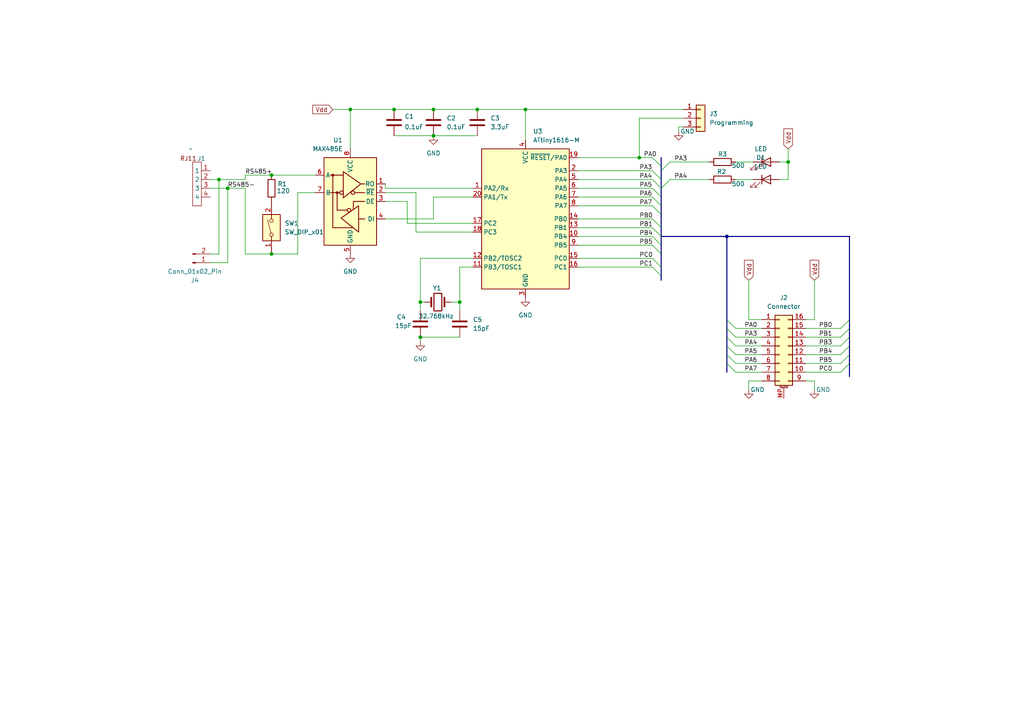
<source format=kicad_sch>
(kicad_sch (version 20231120) (generator "eeschema") (generator_version "8.0")
  (paper "A4")
  (lib_symbols
    (symbol "Connector:Conn_01x02_Pin" (pin_names (offset 1.016) hide)
      (property "Reference" "J" (at 0 2.54 0))
      (property "Value" "Conn_01x02_Pin" (at 0 -5.08 0))
      (symbol "Conn_01x02_Pin_1_1"
        (polyline (pts (xy 1.27 -2.54) (xy 0.8636 -2.54)) (stroke (width 0.1524)))
        (polyline (pts (xy 1.27 0) (xy 0.8636 0)) (stroke (width 0.1524)))
        (rectangle (start 0.8636 -2.413) (end 0 -2.667) (stroke (width 0.1524)) (fill (type outline)))
        (rectangle (start 0.8636 0.127) (end 0 -0.127) (stroke (width 0.1524)) (fill (type outline)))
        (pin passive line (at 5.08 0 180) (length 3.81) (name "Pin_1") (number "1"))
        (pin passive line (at 5.08 -2.54 180) (length 3.81) (name "Pin_2") (number "2"))
      )
    )
    (symbol "Connector:RJ11_4P4C"
      (property "Reference" "J" (at 0.762 3.81 0))
      (symbol "RJ11_4P4C_0_1"
        (rectangle (start -1.27 2.54) (end 1.27 -10.16))
      )
      (symbol "RJ11_4P4C_1_1"
        (text "RJ11" (at -2.54 3.556 0) (effects (font (size 1.27 1.27))))
        (pin passive line (at 3.81 0 180) (length 2.54) (name "1") (number "1"))
        (pin passive line (at 3.81 -2.54 180) (length 2.54) (name "2") (number "2"))
        (pin passive line (at 3.81 -5.08 180) (length 2.54) (name "3") (number "3"))
        (pin passive line (at 3.81 -7.62 180) (length 2.54) (name "4") (number "4"))
      )
    )
    (symbol "Connector_Generic:Conn_01x03" (pin_names (offset 1.016) hide)
      (property "Reference" "J" (at 0 5.08 0))
      (property "Value" "Conn_01x03" (at 0 -5.08 0))
      (symbol "Conn_01x03_1_1"
        (rectangle (start -1.27 -2.413) (end 0 -2.667) (stroke (width 0.1524)))
        (rectangle (start -1.27 0.127) (end 0 -0.127) (stroke (width 0.1524)))
        (rectangle (start -1.27 2.667) (end 0 2.413) (stroke (width 0.1524)))
        (rectangle (start -1.27 3.81) (end 1.27 -3.81) (stroke (width 0.254)) (fill (type background)))
        (pin passive line (at -5.08 2.54 0) (length 3.81) (name "Pin_1") (number "1"))
        (pin passive line (at -5.08 0 0) (length 3.81) (name "Pin_2") (number "2"))
        (pin passive line (at -5.08 -2.54 0) (length 3.81) (name "Pin_3") (number "3"))
      )
    )
    (symbol "Connector_Generic_MountingPin:Conn_02x08_Counter_Clockwise_MountingPin" (pin_names (offset 1.016) hide)
      (property "Reference" "J" (at 1.27 10.16 0))
      (property "Value" "Conn_02x08_Counter_Clockwise_MountingPin" (at 2.54 -12.7 0))
      (symbol "Conn_02x08_Counter_Clockwise_MountingPin_1_1"
        (rectangle (start -1.27 -10.033) (end 0 -10.287) (stroke (width 0.1524)))
        (rectangle (start -1.27 -7.493) (end 0 -7.747) (stroke (width 0.1524)))
        (rectangle (start -1.27 -4.953) (end 0 -5.207) (stroke (width 0.1524)))
        (rectangle (start -1.27 -2.413) (end 0 -2.667) (stroke (width 0.1524)))
        (rectangle (start -1.27 0.127) (end 0 -0.127) (stroke (width 0.1524)))
        (rectangle (start -1.27 2.667) (end 0 2.413) (stroke (width 0.1524)))
        (rectangle (start -1.27 5.207) (end 0 4.953) (stroke (width 0.1524)))
        (rectangle (start -1.27 7.747) (end 0 7.493) (stroke (width 0.1524)))
        (rectangle (start -1.27 8.89) (end 3.81 -11.43) (stroke (width 0.254)) (fill (type background)))
        (polyline (pts (xy 0.254 -12.192) (xy 2.286 -12.192)) (stroke (width 0.1524)))
        (rectangle (start 3.81 -10.033) (end 2.54 -10.287) (stroke (width 0.1524)))
        (rectangle (start 3.81 -7.493) (end 2.54 -7.747) (stroke (width 0.1524)))
        (rectangle (start 3.81 -4.953) (end 2.54 -5.207) (stroke (width 0.1524)))
        (rectangle (start 3.81 -2.413) (end 2.54 -2.667) (stroke (width 0.1524)))
        (rectangle (start 3.81 0.127) (end 2.54 -0.127) (stroke (width 0.1524)))
        (rectangle (start 3.81 2.667) (end 2.54 2.413) (stroke (width 0.1524)))
        (rectangle (start 3.81 5.207) (end 2.54 4.953) (stroke (width 0.1524)))
        (rectangle (start 3.81 7.747) (end 2.54 7.493) (stroke (width 0.1524)))
        (text "Mounting" (at 1.27 -11.811 0) (effects (font (size 0.381 0.381))))
        (pin passive line (at -5.08 7.62 0) (length 3.81) (name "Pin_1") (number "1"))
        (pin passive line (at 7.62 -7.62 180) (length 3.81) (name "Pin_10") (number "10"))
        (pin passive line (at 7.62 -5.08 180) (length 3.81) (name "Pin_11") (number "11"))
        (pin passive line (at 7.62 -2.54 180) (length 3.81) (name "Pin_12") (number "12"))
        (pin passive line (at 7.62 0 180) (length 3.81) (name "Pin_13") (number "13"))
        (pin passive line (at 7.62 2.54 180) (length 3.81) (name "Pin_14") (number "14"))
        (pin passive line (at 7.62 5.08 180) (length 3.81) (name "Pin_15") (number "15"))
        (pin passive line (at 7.62 7.62 180) (length 3.81) (name "Pin_16") (number "16"))
        (pin passive line (at -5.08 5.08 0) (length 3.81) (name "Pin_2") (number "2"))
        (pin passive line (at -5.08 2.54 0) (length 3.81) (name "Pin_3") (number "3"))
        (pin passive line (at -5.08 0 0) (length 3.81) (name "Pin_4") (number "4"))
        (pin passive line (at -5.08 -2.54 0) (length 3.81) (name "Pin_5") (number "5"))
        (pin passive line (at -5.08 -5.08 0) (length 3.81) (name "Pin_6") (number "6"))
        (pin passive line (at -5.08 -7.62 0) (length 3.81) (name "Pin_7") (number "7"))
        (pin passive line (at -5.08 -10.16 0) (length 3.81) (name "Pin_8") (number "8"))
        (pin passive line (at 7.62 -10.16 180) (length 3.81) (name "Pin_9") (number "9"))
        (pin passive line (at 1.27 -15.24 90) (length 3.048) (name "MountPin") (number "MP"))
      )
    )
    (symbol "Device:C" (pin_numbers hide) (pin_names (offset 0.254))
      (property "Reference" "C" (at 0.635 2.54 0))
      (property "Value" "C" (at 0.635 -2.54 0))
      (symbol "C_0_1"
        (polyline (pts (xy -2.032 -0.762) (xy 2.032 -0.762)) (stroke (width 0.508)))
        (polyline (pts (xy -2.032 0.762) (xy 2.032 0.762)) (stroke (width 0.508)))
      )
      (symbol "C_1_1"
        (pin passive line (at 0 3.81 270) (length 2.794) (name "~") (number "1"))
        (pin passive line (at 0 -3.81 90) (length 2.794) (name "~") (number "2"))
      )
    )
    (symbol "Device:Crystal" (pin_numbers hide) (pin_names (offset 1.016) hide)
      (property "Reference" "Y" (at 0 3.81 0))
      (property "Value" "Crystal" (at 0 -3.81 0))
      (symbol "Crystal_0_1"
        (rectangle (start -1.143 2.54) (end 1.143 -2.54) (stroke (width 0.3048)))
        (polyline (pts (xy -2.54 0) (xy -1.905 0)))
        (polyline (pts (xy -1.905 -1.27) (xy -1.905 1.27)) (stroke (width 0.508)))
        (polyline (pts (xy 1.905 -1.27) (xy 1.905 1.27)) (stroke (width 0.508)))
        (polyline (pts (xy 2.54 0) (xy 1.905 0)))
      )
      (symbol "Crystal_1_1"
        (pin passive line (at -3.81 0 0) (length 1.27) (name "1") (number "1"))
        (pin passive line (at 3.81 0 180) (length 1.27) (name "2") (number "2"))
      )
    )
    (symbol "Device:LED" (pin_numbers hide) (pin_names (offset 1.016) hide)
      (property "Reference" "D" (at 0 2.54 0))
      (property "Value" "LED" (at 0 -2.54 0))
      (symbol "LED_0_1"
        (polyline (pts (xy -1.27 -1.27) (xy -1.27 1.27)) (stroke (width 0.254)))
        (polyline (pts (xy -1.27 0) (xy 1.27 0)))
        (polyline (pts (xy 1.27 -1.27) (xy 1.27 1.27) (xy -1.27 0) (xy 1.27 -1.27)) (stroke (width 0.254)))
        (polyline (pts (xy -3.048 -0.762) (xy -4.572 -2.286) (xy -3.81 -2.286) (xy -4.572 -2.286) (xy -4.572 -1.524)))
        (polyline (pts (xy -1.778 -0.762) (xy -3.302 -2.286) (xy -2.54 -2.286) (xy -3.302 -2.286) (xy -3.302 -1.524)))
      )
      (symbol "LED_1_1"
        (pin passive line (at -3.81 0 0) (length 2.54) (name "K") (number "1"))
        (pin passive line (at 3.81 0 180) (length 2.54) (name "A") (number "2"))
      )
    )
    (symbol "Device:R" (pin_numbers hide) (pin_names (offset 0))
      (property "Reference" "R" (at -2.032 0 90))
      (property "Value" "R" (at 2.032 0 90))
      (symbol "R_0_1"
        (rectangle (start -1.016 -2.54) (end 1.016 2.54) (stroke (width 0.254)))
      )
      (symbol "R_1_1"
        (pin passive line (at 0 3.81 270) (length 1.27) (name "~") (number "1"))
        (pin passive line (at 0 -3.81 90) (length 1.27) (name "~") (number "2"))
      )
    )
    (symbol "Interface_UART:MAX485E"
      (property "Reference" "U" (at -6.985 13.97 0))
      (property "Value" "MAX485E" (at 1.905 13.97 0))
      (symbol "MAX485E_0_1"
        (rectangle (start -7.62 12.7) (end 7.62 -12.7) (stroke (width 0.254)) (fill (type background)))
        (polyline (pts (xy -4.191 2.54) (xy -1.27 2.54)) (stroke (width 0.254)))
        (polyline (pts (xy -2.54 -5.08) (xy -4.191 -5.08)) (stroke (width 0.254)))
        (polyline (pts (xy -0.635 -7.62) (xy 5.08 -7.62)) (stroke (width 0.254)))
        (polyline (pts (xy 0.889 -2.54) (xy 3.81 -2.54)) (stroke (width 0.254)))
        (polyline (pts (xy 2.032 7.62) (xy 5.715 7.62)) (stroke (width 0.254)))
        (polyline (pts (xy 3.048 2.54) (xy 5.715 2.54)) (stroke (width 0.254)))
        (polyline (pts (xy 3.81 -2.54) (xy 3.81 2.54)) (stroke (width 0.254)))
        (polyline (pts (xy 5.08 -7.62) (xy 5.08 7.62)) (stroke (width 0.254)))
        (polyline (pts (xy -4.191 0) (xy -0.889 0) (xy -0.889 -2.286)) (stroke (width 0.254)))
        (polyline (pts (xy -3.175 5.08) (xy -4.191 5.08) (xy -4.064 5.08)) (stroke (width 0.254)))
        (polyline (pts (xy -2.413 -5.08) (xy -2.413 -1.27) (xy 2.667 -4.826) (xy -2.413 -8.89) (xy -2.413 -5.08)) (stroke (width 0.254)))
        (circle (center 0.381 -2.54) (radius 0.508) (stroke (width 0.254)))
        (circle (center 3.81 2.54) (radius 0.2794) (stroke (width 0.254)) (fill (type outline)))
      )
      (symbol "MAX485E_1_1"
        (circle (center -0.762 2.54) (radius 0.508) (stroke (width 0.254)))
        (polyline (pts (xy 2.032 4.826) (xy 2.032 8.636) (xy -3.048 5.08) (xy 2.032 1.016) (xy 2.032 4.826)) (stroke (width 0.254)))
        (circle (center 2.54 2.54) (radius 0.508) (stroke (width 0.254)))
        (circle (center 5.08 7.62) (radius 0.2794) (stroke (width 0.254)) (fill (type outline)))
        (pin output line (at -10.16 5.08 0) (length 2.54) (name "RO") (number "1"))
        (pin input line (at -10.16 2.54 0) (length 2.54) (name "~{RE}") (number "2"))
        (pin input line (at -10.16 0 0) (length 2.54) (name "DE") (number "3"))
        (pin input line (at -10.16 -5.08 0) (length 2.54) (name "DI") (number "4"))
        (pin power_in line (at 0 -15.24 90) (length 2.54) (name "GND") (number "5"))
        (pin bidirectional line (at 10.16 7.62 180) (length 2.54) (name "A") (number "6"))
        (pin bidirectional line (at 10.16 2.54 180) (length 2.54) (name "B") (number "7"))
        (pin power_in line (at 0 15.24 270) (length 2.54) (name "VCC") (number "8"))
      )
    )
    (symbol "MCU_Microchip_ATtiny:ATtiny1616-M"
      (property "Reference" "U3" (at 2.1941 25.4 0))
      (property "Value" "ATtiny1616-M" (at 2.1941 22.86 0))
      (symbol "ATtiny1616-M_0_1"
        (rectangle (start -12.7 -20.32) (end 12.7 20.32) (stroke (width 0.254)) (fill (type background)))
      )
      (symbol "ATtiny1616-M_1_1"
        (pin bidirectional line (at -15.24 8.89 0) (length 2.54) (name "PA2/Rx") (number "1"))
        (pin bidirectional line (at 15.24 -5.08 180) (length 2.54) (name "PB4") (number "10"))
        (pin bidirectional line (at -15.24 -13.97 0) (length 2.54) (name "PB3/TOSC1") (number "11"))
        (pin bidirectional line (at -15.24 -11.43 0) (length 2.54) (name "PB2/TOSC2") (number "12"))
        (pin bidirectional line (at 15.24 -2.54 180) (length 2.54) (name "PB1") (number "13"))
        (pin bidirectional line (at 15.24 0 180) (length 2.54) (name "PB0") (number "14"))
        (pin bidirectional line (at 15.24 -11.43 180) (length 2.54) (name "PC0") (number "15"))
        (pin bidirectional line (at 15.24 -13.97 180) (length 2.54) (name "PC1") (number "16"))
        (pin bidirectional line (at -15.24 -1.27 0) (length 2.54) (name "PC2") (number "17"))
        (pin bidirectional line (at -15.24 -3.81 0) (length 2.54) (name "PC3") (number "18"))
        (pin bidirectional line (at 15.24 17.78 180) (length 2.54) (name "~{RESET}/PA0") (number "19"))
        (pin bidirectional line (at 15.24 13.97 180) (length 2.54) (name "PA3") (number "2"))
        (pin bidirectional line (at -15.24 6.35 0) (length 2.54) (name "PA1/Tx") (number "20"))
        (pin passive line (at 0 -22.86 90) (length 2.54) hide (name "GND") (number "21"))
        (pin power_in line (at 0 -22.86 90) (length 2.54) (name "GND") (number "3"))
        (pin power_in line (at 0 22.86 270) (length 2.54) (name "VCC") (number "4"))
        (pin bidirectional line (at 15.24 11.43 180) (length 2.54) (name "PA4") (number "5"))
        (pin bidirectional line (at 15.24 8.89 180) (length 2.54) (name "PA5") (number "6"))
        (pin bidirectional line (at 15.24 6.35 180) (length 2.54) (name "PA6") (number "7"))
        (pin bidirectional line (at 15.24 3.81 180) (length 2.54) (name "PA7") (number "8"))
        (pin bidirectional line (at 15.24 -7.62 180) (length 2.54) (name "PB5") (number "9"))
      )
    )
    (symbol "Switch:SW_DIP_x01" (pin_names (offset 0) hide)
      (property "Reference" "SW" (at 0 3.81 0))
      (property "Value" "SW_DIP_x01" (at 0 -3.81 0))
      (symbol "SW_DIP_x01_0_0"
        (circle (center -2.032 0) (radius 0.508))
        (polyline (pts (xy -1.524 0.127) (xy 2.3622 1.1684)))
        (circle (center 2.032 0) (radius 0.508))
      )
      (symbol "SW_DIP_x01_0_1"
        (rectangle (start -3.81 2.54) (end 3.81 -2.54) (stroke (width 0.254)) (fill (type background)))
      )
      (symbol "SW_DIP_x01_1_1"
        (pin passive line (at -7.62 0 0) (length 5.08) (name "~") (number "1"))
        (pin passive line (at 7.62 0 180) (length 5.08) (name "~") (number "2"))
      )
    )
    (symbol "power:GNDA" (power) (pin_numbers hide) (pin_names (offset 0) hide)
      (property "Value" "GNDA" (at 0 -3.81 0))
      (symbol "GNDA_0_1"
        (polyline (pts (xy 0 0) (xy 0 -1.27) (xy 1.27 -1.27) (xy 0 -2.54) (xy -1.27 -1.27) (xy 0 -1.27)))
      )
      (symbol "GNDA_1_1"
        (pin power_in line (at 0 0 270) (length 0) (name "~") (number "1"))
      )
    )
  )
  (junction (at 138.43 31.75))
  (junction (at 101.6 31.75))
  (junction (at 78.74 50.8))
  (junction (at 114.3 31.75))
  (junction (at 185.42 45.72))
  (junction (at 121.92 97.79))
  (junction (at 125.73 31.75))
  (junction (at 210.82 68.58))
  (junction (at 78.74 73.66))
  (junction (at 63.5 52.07))
  (junction (at 121.92 87.63))
  (junction (at 228.6 46.99))
  (junction (at 133.35 87.63))
  (junction (at 66.04 54.61))
  (junction (at 152.4 31.75))
  (junction (at 125.73 39.37))
  (bus_entry (at 189.23 66.04) (size 2.54 2.54))
  (bus_entry (at 189.23 54.61) (size 2.54 2.54))
  (bus_entry (at 189.23 68.58) (size 2.54 2.54))
  (bus_entry (at 191.77 54.61) (size 2.54 -2.54))
  (bus_entry (at 210.82 97.79) (size 2.54 2.54))
  (bus_entry (at 189.23 77.47) (size 2.54 2.54))
  (bus_entry (at 210.82 102.87) (size 2.54 2.54))
  (bus_entry (at 210.82 92.71) (size 2.54 2.54))
  (bus_entry (at 189.23 57.15) (size 2.54 2.54))
  (bus_entry (at 189.23 49.53) (size 2.54 2.54))
  (bus_entry (at 189.23 52.07) (size 2.54 2.54))
  (bus_entry (at 189.23 63.5) (size 2.54 2.54))
  (bus_entry (at 210.82 105.41) (size 2.54 2.54))
  (bus_entry (at 243.84 107.95) (size 2.54 -2.54))
  (bus_entry (at 243.84 97.79) (size 2.54 -2.54))
  (bus_entry (at 189.23 59.69) (size 2.54 2.54))
  (bus_entry (at 210.82 100.33) (size 2.54 2.54))
  (bus_entry (at 191.77 49.53) (size 2.54 -2.54))
  (bus_entry (at 243.84 95.25) (size 2.54 -2.54))
  (bus_entry (at 189.23 71.12) (size 2.54 2.54))
  (bus_entry (at 189.23 45.72) (size 2.54 2.54))
  (bus_entry (at 243.84 105.41) (size 2.54 -2.54))
  (bus_entry (at 243.84 100.33) (size 2.54 -2.54))
  (bus_entry (at 210.82 95.25) (size 2.54 2.54))
  (bus_entry (at 189.23 74.93) (size 2.54 2.54))
  (bus_entry (at 243.84 102.87) (size 2.54 -2.54))
  (wire (pts (xy 133.35 87.63) (xy 133.35 90.17)))
  (wire (pts (xy 71.12 73.66) (xy 78.74 73.66)))
  (bus (pts (xy 210.82 105.41) (xy 210.82 107.95)))
  (wire (pts (xy 167.64 45.72) (xy 185.42 45.72)))
  (wire (pts (xy 71.12 54.61) (xy 71.12 73.66)))
  (wire (pts (xy 63.5 52.07) (xy 71.12 52.07)))
  (bus (pts (xy 191.77 52.07) (xy 191.77 54.61)))
  (wire (pts (xy 121.92 74.93) (xy 121.92 87.63)))
  (wire (pts (xy 114.3 31.75) (xy 125.73 31.75)))
  (bus (pts (xy 210.82 68.58) (xy 246.38 68.58)))
  (bus (pts (xy 246.38 95.25) (xy 246.38 97.79)))
  (bus (pts (xy 191.77 57.15) (xy 191.77 59.69)))
  (wire (pts (xy 185.42 45.72) (xy 189.23 45.72)))
  (bus (pts (xy 246.38 102.87) (xy 246.38 105.41)))
  (wire (pts (xy 189.23 49.53) (xy 167.64 49.53)))
  (wire (pts (xy 167.64 77.47) (xy 189.23 77.47)))
  (wire (pts (xy 86.36 73.66) (xy 86.36 55.88)))
  (bus (pts (xy 191.77 77.47) (xy 191.77 80.01)))
  (wire (pts (xy 101.6 31.75) (xy 114.3 31.75)))
  (wire (pts (xy 233.68 107.95) (xy 243.84 107.95)))
  (wire (pts (xy 213.36 52.07) (xy 218.44 52.07)))
  (wire (pts (xy 114.3 39.37) (xy 125.73 39.37)))
  (wire (pts (xy 167.64 54.61) (xy 189.23 54.61)))
  (wire (pts (xy 185.42 34.29) (xy 198.12 34.29)))
  (wire (pts (xy 60.96 52.07) (xy 63.5 52.07)))
  (wire (pts (xy 133.35 77.47) (xy 137.16 77.47)))
  (wire (pts (xy 236.22 81.28) (xy 236.22 92.71)))
  (wire (pts (xy 198.12 31.75) (xy 152.4 31.75)))
  (wire (pts (xy 167.64 68.58) (xy 189.23 68.58)))
  (bus (pts (xy 191.77 54.61) (xy 191.77 57.15)))
  (wire (pts (xy 125.73 31.75) (xy 138.43 31.75)))
  (bus (pts (xy 191.77 45.72) (xy 191.77 48.26)))
  (wire (pts (xy 217.17 110.49) (xy 220.98 110.49)))
  (wire (pts (xy 125.73 63.5) (xy 111.76 63.5)))
  (wire (pts (xy 66.04 76.2) (xy 60.96 76.2)))
  (wire (pts (xy 167.64 63.5) (xy 189.23 63.5)))
  (wire (pts (xy 96.52 31.75) (xy 101.6 31.75)))
  (bus (pts (xy 191.77 66.04) (xy 191.77 68.58)))
  (wire (pts (xy 152.4 31.75) (xy 152.4 40.64)))
  (wire (pts (xy 194.31 52.07) (xy 205.74 52.07)))
  (wire (pts (xy 185.42 34.29) (xy 185.42 45.72)))
  (wire (pts (xy 120.65 67.31) (xy 137.16 67.31)))
  (wire (pts (xy 167.64 71.12) (xy 189.23 71.12)))
  (wire (pts (xy 233.68 110.49) (xy 236.22 110.49)))
  (wire (pts (xy 137.16 74.93) (xy 121.92 74.93)))
  (bus (pts (xy 246.38 92.71) (xy 246.38 95.25)))
  (bus (pts (xy 210.82 95.25) (xy 210.82 97.79)))
  (wire (pts (xy 118.11 64.77) (xy 137.16 64.77)))
  (wire (pts (xy 228.6 46.99) (xy 228.6 52.07)))
  (wire (pts (xy 111.76 55.88) (xy 120.65 55.88)))
  (wire (pts (xy 121.92 87.63) (xy 121.92 90.17)))
  (bus (pts (xy 191.77 71.12) (xy 191.77 73.66)))
  (wire (pts (xy 121.92 99.06) (xy 121.92 97.79)))
  (wire (pts (xy 233.68 95.25) (xy 243.84 95.25)))
  (wire (pts (xy 86.36 55.88) (xy 91.44 55.88)))
  (wire (pts (xy 125.73 57.15) (xy 137.16 57.15)))
  (bus (pts (xy 191.77 68.58) (xy 210.82 68.58)))
  (bus (pts (xy 191.77 80.01) (xy 191.77 81.28)))
  (wire (pts (xy 111.76 54.61) (xy 111.76 53.34)))
  (bus (pts (xy 191.77 59.69) (xy 191.77 62.23)))
  (wire (pts (xy 121.92 97.79) (xy 133.35 97.79)))
  (wire (pts (xy 213.36 105.41) (xy 220.98 105.41)))
  (wire (pts (xy 233.68 97.79) (xy 243.84 97.79)))
  (wire (pts (xy 60.96 54.61) (xy 66.04 54.61)))
  (wire (pts (xy 167.64 66.04) (xy 189.23 66.04)))
  (wire (pts (xy 194.31 46.99) (xy 205.74 46.99)))
  (wire (pts (xy 213.36 107.95) (xy 220.98 107.95)))
  (wire (pts (xy 233.68 105.41) (xy 243.84 105.41)))
  (bus (pts (xy 210.82 100.33) (xy 210.82 102.87)))
  (wire (pts (xy 213.36 46.99) (xy 218.44 46.99)))
  (wire (pts (xy 130.81 87.63) (xy 133.35 87.63)))
  (wire (pts (xy 213.36 102.87) (xy 220.98 102.87)))
  (wire (pts (xy 233.68 102.87) (xy 243.84 102.87)))
  (bus (pts (xy 246.38 97.79) (xy 246.38 100.33)))
  (wire (pts (xy 217.17 113.03) (xy 217.17 110.49)))
  (wire (pts (xy 125.73 39.37) (xy 138.43 39.37)))
  (bus (pts (xy 246.38 68.58) (xy 246.38 92.71)))
  (wire (pts (xy 217.17 81.28) (xy 217.17 92.71)))
  (bus (pts (xy 210.82 97.79) (xy 210.82 100.33)))
  (wire (pts (xy 120.65 55.88) (xy 120.65 67.31)))
  (wire (pts (xy 236.22 110.49) (xy 236.22 113.03)))
  (bus (pts (xy 210.82 102.87) (xy 210.82 105.41)))
  (wire (pts (xy 111.76 58.42) (xy 118.11 58.42)))
  (wire (pts (xy 217.17 92.71) (xy 220.98 92.71)))
  (wire (pts (xy 123.19 87.63) (xy 121.92 87.63)))
  (wire (pts (xy 133.35 77.47) (xy 133.35 87.63)))
  (wire (pts (xy 118.11 58.42) (xy 118.11 64.77)))
  (wire (pts (xy 167.64 74.93) (xy 189.23 74.93)))
  (wire (pts (xy 138.43 31.75) (xy 152.4 31.75)))
  (wire (pts (xy 228.6 43.18) (xy 228.6 46.99)))
  (wire (pts (xy 66.04 54.61) (xy 71.12 54.61)))
  (wire (pts (xy 63.5 73.66) (xy 60.96 73.66)))
  (bus (pts (xy 191.77 68.58) (xy 191.77 71.12)))
  (bus (pts (xy 191.77 62.23) (xy 191.77 66.04)))
  (bus (pts (xy 210.82 92.71) (xy 210.82 95.25)))
  (bus (pts (xy 191.77 48.26) (xy 191.77 49.53)))
  (wire (pts (xy 167.64 59.69) (xy 189.23 59.69)))
  (bus (pts (xy 191.77 49.53) (xy 191.77 52.07)))
  (wire (pts (xy 125.73 57.15) (xy 125.73 63.5)))
  (bus (pts (xy 246.38 105.41) (xy 246.38 109.22)))
  (wire (pts (xy 226.06 46.99) (xy 228.6 46.99)))
  (wire (pts (xy 111.76 54.61) (xy 137.16 54.61)))
  (wire (pts (xy 71.12 52.07) (xy 71.12 50.8)))
  (wire (pts (xy 213.36 100.33) (xy 220.98 100.33)))
  (wire (pts (xy 233.68 100.33) (xy 243.84 100.33)))
  (bus (pts (xy 246.38 100.33) (xy 246.38 102.87)))
  (wire (pts (xy 78.74 50.8) (xy 91.44 50.8)))
  (wire (pts (xy 213.36 95.25) (xy 220.98 95.25)))
  (wire (pts (xy 167.64 52.07) (xy 189.23 52.07)))
  (wire (pts (xy 63.5 52.07) (xy 63.5 73.66)))
  (wire (pts (xy 226.06 52.07) (xy 228.6 52.07)))
  (wire (pts (xy 167.64 57.15) (xy 189.23 57.15)))
  (bus (pts (xy 191.77 73.66) (xy 191.77 77.47)))
  (wire (pts (xy 78.74 73.66) (xy 86.36 73.66)))
  (wire (pts (xy 66.04 54.61) (xy 66.04 76.2)))
  (wire (pts (xy 198.12 36.83) (xy 196.85 36.83)))
  (wire (pts (xy 101.6 43.18) (xy 101.6 31.75)))
  (wire (pts (xy 236.22 92.71) (xy 233.68 92.71)))
  (wire (pts (xy 213.36 97.79) (xy 220.98 97.79)))
  (wire (pts (xy 71.12 50.8) (xy 78.74 50.8)))
  (wire (pts (xy 196.85 36.83) (xy 196.85 38.1)))
  (bus (pts (xy 210.82 68.58) (xy 210.82 92.71)))
  (label "PA4" (at 185.42 52.07 0))
  (label "PA6" (at 215.9 105.41 0))
  (label "PA7" (at 215.9 107.95 0))
  (label "PA7" (at 185.42 59.69 0))
  (label "PA4" (at 215.9 100.33 0))
  (label "PC0" (at 185.42 74.93 0))
  (label "PA4" (at 195.58 52.07 0))
  (label "PA5" (at 215.9 102.87 0))
  (label "PA0" (at 215.9 95.25 0))
  (label "PB4" (at 185.42 68.58 0))
  (label "PB0" (at 185.42 63.5 0))
  (label "PA3" (at 195.58 46.99 0))
  (label "PB0" (at 237.49 95.25 0))
  (label "PA6" (at 185.42 57.15 0))
  (label "PC0" (at 237.49 107.95 0))
  (label "PB5" (at 185.42 71.12 0))
  (label "PA3" (at 215.9 97.79 0))
  (label "PB1" (at 237.49 97.79 0))
  (label "PA0" (at 186.69 45.72 0))
  (label "RS485+" (at 71.12 50.8 0))
  (label "PA5" (at 185.42 54.61 0))
  (label "PC1" (at 185.42 77.47 0))
  (label "PB4" (at 237.49 102.87 0))
  (label "PB1" (at 185.42 66.04 0))
  (label "PA3" (at 185.42 49.53 0))
  (label "PB3" (at 237.49 100.33 0))
  (label "PB5" (at 237.49 105.41 0))
  (label "RS485-" (at 66.04 54.61 0))
  (global_label "Vdd" (shape input) (at 228.6 43.18 90) (property "Intersheetrefs" "${INTERSHEET_REFS}" (effects (hide yes))))
  (global_label "Vdd" (shape input) (at 217.17 81.28 90) (property "Intersheetrefs" "${INTERSHEET_REFS}" (effects (hide yes))))
  (global_label "Vdd" (shape input) (at 236.22 81.28 90) (property "Intersheetrefs" "${INTERSHEET_REFS}" (effects (hide yes))))
  (global_label "Vdd" (shape input) (at 96.52 31.75 180) (property "Intersheetrefs" "${INTERSHEET_REFS}" (effects (hide yes))))
  (symbol (lib_id "Device:Crystal") (at 127 87.63 0) (unit 1)
    (property "Reference" "Y1" (at 126.746 83.566 0))
    (property "Value" "32.768kHz" (at 126.492 91.694 0))
    (property "Footprint" "Crystal:Crystal_SMD_2012-2Pin_2.0x1.2mm" (effects (hide yes)))
    (property "Datasheet" "https://jlcpcb.com/api/file/downloadByFileSystemAccessId/8588950232856481792" (effects (hide yes)))
    (property "Description" "Two pin crystal" (effects (hide yes)))
    (property "Part Number" "C90943" (effects (hide yes)))
  )
  (symbol (lib_id "power:GNDA") (at 152.4 86.36 0) (unit 1)
    (property "Reference" "#PWR03" (effects (hide yes)))
    (property "Value" "GND" (at 152.4 91.44 0))
    (property "Description" "Power symbol creates a global label with name \"GNDA\" , analog ground" (effects (hide yes)))
  )
  (symbol (lib_id "Interface_UART:MAX485E") (at 101.6 58.42 0) (mirror y) (unit 1)
    (property "Reference" "U1" (at 99.4059 40.64 0) (effects (justify left)))
    (property "Value" "MAX485E" (at 99.4059 43.18 0) (effects (justify left)))
    (property "Footprint" "Package_SO:SOIC-8_3.9x4.9mm_P1.27mm" (effects (hide yes)))
    (property "Datasheet" "https://datasheets.maximintegrated.com/en/ds/MAX1487E-MAX491E.pdf" (effects (hide yes)))
    (property "Description" "Half duplex RS-485/RS-422, 2.5 Mbps, ±15kV electro-static discharge (ESD) protection, no slew-rate, no low-power shutdown, with receiver/driver enable, 32 receiver drive capability, DIP-8 and SOIC-8" (effects (hide yes)))
    (property "Part Number" "C481667" (effects (hide yes)))
  )
  (symbol (lib_id "power:GNDA") (at 236.22 113.03 0) (unit 1)
    (property "Reference" "#PWR07" (effects (hide yes)))
    (property "Value" "GND" (at 238.76 113.03 0))
    (property "Description" "Power symbol creates a global label with name \"GNDA\" , analog ground" (effects (hide yes)))
  )
  (symbol (lib_id "Device:C") (at 138.43 35.56 0) (unit 1)
    (property "Reference" "C3" (at 142.24 34.2899 0) (effects (justify left)))
    (property "Value" "3.3uF" (at 142.24 36.8299 0) (effects (justify left)))
    (property "Footprint" "Capacitor_SMD:C_1210_3225Metric" (effects (hide yes)))
    (property "Description" "Unpolarized capacitor" (effects (hide yes)))
  )
  (symbol (lib_id "Device:C") (at 114.3 35.56 0) (unit 1)
    (property "Reference" "C1" (at 117.348 33.782 0) (effects (justify left)))
    (property "Value" "0.1uF" (at 117.348 36.83 0) (effects (justify left)))
    (property "Footprint" "Capacitor_SMD:C_0402_1005Metric" (effects (hide yes)))
    (property "Description" "Unpolarized capacitor" (effects (hide yes)))
  )
  (symbol (lib_id "Connector_Generic_MountingPin:Conn_02x08_Counter_Clockwise_MountingPin") (at 226.06 100.33 0) (unit 1)
    (property "Reference" "J2" (at 227.33 86.36 0))
    (property "Value" "Connector" (at 227.33 88.9 0))
    (property "Footprint" "Connector_PinHeader_2.54mm:PinHeader_2x08_P2.54mm_Vertical" (effects (hide yes)))
    (property "Description" "Generic connectable mounting pin connector, double row, 02x08, counter clockwise pin numbering scheme (similar to DIP package numbering), script generated (kicad-library-utils/schlib/autogen/connector/)" (effects (hide yes)))
  )
  (symbol (lib_id "Device:C") (at 121.92 93.98 0) (unit 1)
    (property "Reference" "C4" (at 115.062 91.948 0) (effects (justify left)))
    (property "Value" "15pF" (at 114.554 94.488 0) (effects (justify left)))
    (property "Footprint" "Capacitor_SMD:C_0402_1005Metric" (effects (hide yes)))
    (property "Description" "Unpolarized capacitor" (effects (hide yes)))
  )
  (symbol (lib_id "power:GNDA") (at 125.73 39.37 0) (unit 1)
    (property "Reference" "#PWR02" (effects (hide yes)))
    (property "Value" "GND" (at 125.73 44.45 0))
    (property "Description" "Power symbol creates a global label with name \"GNDA\" , analog ground" (effects (hide yes)))
  )
  (symbol (lib_id "Switch:SW_DIP_x01") (at 78.74 66.04 90) (unit 1)
    (property "Reference" "SW1" (at 82.55 64.7699 90) (effects (justify right)))
    (property "Value" "SW_DIP_x01" (at 82.55 67.3099 90) (effects (justify right)))
    (property "Footprint" "Button_Switch_SMD:SW_DIP_SPSTx01_Slide_6.7x4.1mm_W6.73mm_P2.54mm_LowProfile_JPin" (effects (hide yes)))
    (property "Description" "1x DIP Switch, Single Pole Single Throw (SPST) switch, small symbol" (effects (hide yes)))
    (property "PartNumber" "C7527751" (effects (hide yes)))
  )
  (symbol (lib_id "Device:R") (at 209.55 52.07 90) (unit 1)
    (property "Reference" "R2" (at 209.296 49.784 90))
    (property "Value" "500" (at 214.122 53.34 90))
    (property "Footprint" "Resistor_SMD:R_0603_1608Metric" (effects (hide yes)))
    (property "Description" "Resistor" (effects (hide yes)))
  )
  (symbol (lib_id "Device:LED") (at 222.25 52.07 0) (unit 1)
    (property "Reference" "D1" (at 220.6625 45.72 0))
    (property "Value" "LED" (at 220.6625 48.26 0))
    (property "Footprint" "LED_SMD:LED_0805_2012Metric" (effects (hide yes)))
    (property "Description" "Light emitting diode" (effects (hide yes)))
  )
  (symbol (lib_id "power:GNDA") (at 217.17 113.03 0) (unit 1)
    (property "Reference" "#PWR06" (effects (hide yes)))
    (property "Value" "GND" (at 219.71 113.03 0))
    (property "Description" "Power symbol creates a global label with name \"GNDA\" , analog ground" (effects (hide yes)))
  )
  (symbol (lib_id "power:GNDA") (at 121.92 99.06 0) (unit 1)
    (property "Reference" "#PWR04" (effects (hide yes)))
    (property "Value" "GND" (at 121.92 104.14 0))
    (property "Description" "Power symbol creates a global label with name \"GNDA\" , analog ground" (effects (hide yes)))
  )
  (symbol (lib_id "Device:C") (at 133.35 93.98 0) (unit 1)
    (property "Reference" "C5" (at 137.16 92.7099 0) (effects (justify left)))
    (property "Value" "15pF" (at 137.16 95.2499 0) (effects (justify left)))
    (property "Footprint" "Capacitor_SMD:C_0402_1005Metric" (effects (hide yes)))
    (property "Description" "Unpolarized capacitor" (effects (hide yes)))
  )
  (symbol (lib_id "Connector_Generic:Conn_01x03") (at 203.2 34.29 0) (unit 1)
    (property "Reference" "J3" (at 205.74 33.0199 0) (effects (justify left)))
    (property "Value" "Programming" (at 205.74 35.5599 0) (effects (justify left)))
    (property "Footprint" "Connector_PinHeader_2.54mm:PinHeader_1x03_P2.54mm_Vertical" (effects (hide yes)))
    (property "Description" "Generic connector, single row, 01x03, script generated (kicad-library-utils/schlib/autogen/connector/)" (effects (hide yes)))
  )
  (symbol (lib_id "Device:R") (at 78.74 54.61 0) (unit 1)
    (property "Reference" "R1" (at 80.518 53.34 0) (effects (justify left)))
    (property "Value" "120" (at 80.264 55.372 0) (effects (justify left)))
    (property "Footprint" "Resistor_SMD:R_0402_1005Metric" (effects (hide yes)))
    (property "Description" "Resistor" (effects (hide yes)))
  )
  (symbol (lib_id "Device:LED") (at 222.25 46.99 0) (unit 1)
    (property "Reference" "D2" (effects (hide yes)))
    (property "Value" "LED" (at 220.6625 43.18 0))
    (property "Footprint" "LED_SMD:LED_0805_2012Metric" (effects (hide yes)))
    (property "Description" "Light emitting diode" (effects (hide yes)))
  )
  (symbol (lib_id "power:GNDA") (at 196.85 38.1 0) (unit 1)
    (property "Reference" "#PWR05" (effects (hide yes)))
    (property "Value" "GND" (at 199.39 38.1 0))
    (property "Description" "Power symbol creates a global label with name \"GNDA\" , analog ground" (effects (hide yes)))
  )
  (symbol (lib_id "Connector:Conn_01x02_Pin") (at 55.88 76.2 0) (mirror x) (unit 1)
    (property "Reference" "J4" (at 56.515 81.28 0))
    (property "Value" "Conn_01x02_Pin" (at 56.515 78.74 0))
    (property "Footprint" "TerminalBlock:TerminalBlock_MaiXu_MX126-5.0-02P_1x02_P5.00mm" (effects (hide yes)))
    (property "Description" "Generic connector, single row, 01x02, script generated" (effects (hide yes)))
  )
  (symbol (lib_id "power:GNDA") (at 101.6 73.66 0) (unit 1)
    (property "Reference" "#PWR01" (effects (hide yes)))
    (property "Value" "GND" (at 101.6 78.74 0))
    (property "Description" "Power symbol creates a global label with name \"GNDA\" , analog ground" (effects (hide yes)))
  )
  (symbol (lib_id "MCU_Microchip_ATtiny:ATtiny1616-M") (at 152.4 63.5 0) (unit 1)
    (property "Reference" "U3" (at 154.5941 38.1 0) (effects (justify left)))
    (property "Value" "ATtiny1616-M" (at 154.5941 40.64 0) (effects (justify left)))
    (property "Footprint" "Package_DFN_QFN:VQFN-20-1EP_3x3mm_P0.4mm_EP1.7x1.7mm" (effects (hide yes)))
    (property "Datasheet" "http://ww1.microchip.com/downloads/en/DeviceDoc/ATtiny3216_ATtiny1616-data-sheet-40001997B.pdf" (effects (hide yes)))
    (property "Description" "20MHz, 16kB Flash, 2kB SRAM, 256B EEPROM, VQFN-20" (effects (hide yes)))
    (property "Part Number" "C507118" (effects (hide yes)))
  )
  (symbol (lib_id "Device:C") (at 125.73 35.56 0) (unit 1)
    (property "Reference" "C2" (at 129.54 34.2899 0) (effects (justify left)))
    (property "Value" "0.1uF" (at 129.54 36.8299 0) (effects (justify left)))
    (property "Footprint" "Capacitor_SMD:C_0402_1005Metric" (effects (hide yes)))
    (property "Description" "Unpolarized capacitor" (effects (hide yes)))
  )
  (symbol (lib_id "Connector:RJ11_4P4C") (at 57.15 49.53 0) (unit 1)
    (property "Reference" "J1" (at 58.42 45.974 0))
    (property "Value" "~" (at 55.2952 43.18 0))
    (property "Footprint" "VicPersonal:Molex4P4CVertical" (effects (hide yes)))
  )
  (symbol (lib_id "Device:R") (at 209.55 46.99 90) (unit 1)
    (property "Reference" "R3" (at 209.55 44.704 90))
    (property "Value" "500" (at 214.122 48.006 90))
    (property "Footprint" "Resistor_SMD:R_0603_1608Metric" (effects (hide yes)))
    (property "Description" "Resistor" (effects (hide yes)))
  )
)
</source>
